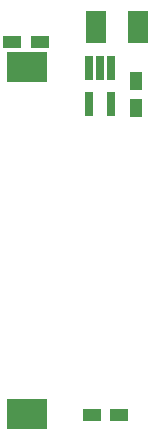
<source format=gbr>
G04 #@! TF.GenerationSoftware,KiCad,Pcbnew,(5.1.9)-1*
G04 #@! TF.CreationDate,2021-03-01T14:21:52+01:00*
G04 #@! TF.ProjectId,button_v1.2.2_Coin_Cell,62757474-6f6e-45f7-9631-2e322e325f43,rev?*
G04 #@! TF.SameCoordinates,Original*
G04 #@! TF.FileFunction,Paste,Bot*
G04 #@! TF.FilePolarity,Positive*
%FSLAX46Y46*%
G04 Gerber Fmt 4.6, Leading zero omitted, Abs format (unit mm)*
G04 Created by KiCad (PCBNEW (5.1.9)-1) date 2021-03-01 14:21:52*
%MOMM*%
%LPD*%
G01*
G04 APERTURE LIST*
%ADD10R,1.500000X1.100000*%
%ADD11R,1.100000X1.500000*%
%ADD12R,0.650000X2.000000*%
%ADD13C,0.150000*%
%ADD14R,3.510000X2.540000*%
%ADD15R,1.778000X2.794000*%
G04 APERTURE END LIST*
D10*
G04 #@! TO.C,C1*
X126820000Y-62010000D03*
X124520000Y-62010000D03*
G04 #@! TD*
D11*
G04 #@! TO.C,C3*
X135000000Y-65250000D03*
X135000000Y-67550000D03*
G04 #@! TD*
D10*
G04 #@! TO.C,C2*
X133534800Y-93599000D03*
X131234800Y-93599000D03*
G04 #@! TD*
D12*
G04 #@! TO.C,U1*
X130980000Y-67220000D03*
X132880000Y-67220000D03*
X132880000Y-64170000D03*
D13*
G36*
X131605000Y-63170000D02*
G01*
X132255000Y-63170000D01*
X132255000Y-65170000D01*
X131605000Y-65170000D01*
X131605000Y-63170000D01*
G37*
D12*
X130980000Y-64170000D03*
G04 #@! TD*
D14*
G04 #@! TO.C,BT1*
X125780800Y-93444200D03*
X125780800Y-64084200D03*
G04 #@! TD*
D15*
G04 #@! TO.C,L1*
X131632000Y-60690000D03*
X135188000Y-60690000D03*
G04 #@! TD*
M02*

</source>
